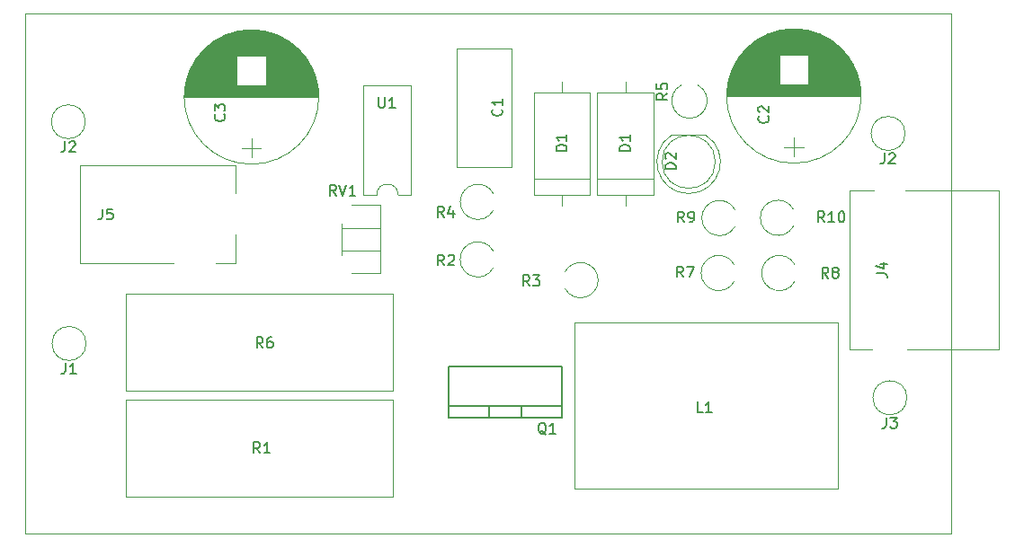
<source format=gbr>
%TF.GenerationSoftware,KiCad,Pcbnew,(5.0.0)*%
%TF.CreationDate,2018-07-29T14:19:51+09:00*%
%TF.ProjectId,mc33063buck1,6D6333333036336275636B312E6B6963,rev?*%
%TF.SameCoordinates,Original*%
%TF.FileFunction,Legend,Top*%
%TF.FilePolarity,Positive*%
%FSLAX46Y46*%
G04 Gerber Fmt 4.6, Leading zero omitted, Abs format (unit mm)*
G04 Created by KiCad (PCBNEW (5.0.0)) date 07/29/18 14:19:51*
%MOMM*%
%LPD*%
G01*
G04 APERTURE LIST*
%ADD10C,0.100000*%
%ADD11C,0.120000*%
%ADD12C,0.150000*%
G04 APERTURE END LIST*
D10*
X101968300Y-18897600D02*
X14770100Y-18897600D01*
X101968300Y-67919600D02*
X101968300Y-18897600D01*
X14744700Y-67919600D02*
X101968300Y-67919600D01*
X14744700Y-18973800D02*
X14744700Y-67919600D01*
D11*
X24270000Y-55345900D02*
X24270000Y-64465900D01*
X24270000Y-64465900D02*
X49390000Y-64465900D01*
X49390000Y-64465900D02*
X49390000Y-55345900D01*
X49390000Y-55345900D02*
X24270000Y-55345900D01*
X24240000Y-59905900D02*
X24270000Y-59905900D01*
X49420000Y-59905900D02*
X49390000Y-59905900D01*
X68637800Y-35988500D02*
X73957800Y-35988500D01*
X73957800Y-35988500D02*
X73957800Y-26368500D01*
X73957800Y-26368500D02*
X68637800Y-26368500D01*
X68637800Y-26368500D02*
X68637800Y-35988500D01*
X71297800Y-37018500D02*
X71297800Y-35988500D01*
X71297800Y-25338500D02*
X71297800Y-26368500D01*
X68637800Y-34503500D02*
X73957800Y-34503500D01*
X97638181Y-30213300D02*
G75*
G03X97638181Y-30213300I-1600781J0D01*
G01*
X55440900Y-33349500D02*
X55440900Y-22229500D01*
X60560900Y-33349500D02*
X60560900Y-22229500D01*
X55440900Y-33349500D02*
X60560900Y-33349500D01*
X55440900Y-22229500D02*
X60560900Y-22229500D01*
X93500100Y-26684600D02*
G75*
G03X93500100Y-26684600I-6340000J0D01*
G01*
X80860100Y-26684600D02*
X93460100Y-26684600D01*
X80860100Y-26644600D02*
X93460100Y-26644600D01*
X80860100Y-26604600D02*
X93460100Y-26604600D01*
X80861100Y-26564600D02*
X93459100Y-26564600D01*
X80862100Y-26524600D02*
X93458100Y-26524600D01*
X80863100Y-26484600D02*
X93457100Y-26484600D01*
X80864100Y-26444600D02*
X93456100Y-26444600D01*
X80866100Y-26404600D02*
X93454100Y-26404600D01*
X80868100Y-26364600D02*
X93452100Y-26364600D01*
X80870100Y-26324600D02*
X93450100Y-26324600D01*
X80872100Y-26284600D02*
X93448100Y-26284600D01*
X80875100Y-26244600D02*
X93445100Y-26244600D01*
X80878100Y-26204600D02*
X93442100Y-26204600D01*
X80881100Y-26164600D02*
X93439100Y-26164600D01*
X80884100Y-26124600D02*
X93436100Y-26124600D01*
X80888100Y-26084600D02*
X93432100Y-26084600D01*
X80892100Y-26044600D02*
X93428100Y-26044600D01*
X80896100Y-26004600D02*
X93424100Y-26004600D01*
X80901100Y-25963600D02*
X93419100Y-25963600D01*
X80905100Y-25923600D02*
X93415100Y-25923600D01*
X80910100Y-25883600D02*
X93410100Y-25883600D01*
X80915100Y-25843600D02*
X93405100Y-25843600D01*
X80921100Y-25803600D02*
X93399100Y-25803600D01*
X80927100Y-25763600D02*
X93393100Y-25763600D01*
X80933100Y-25723600D02*
X93387100Y-25723600D01*
X80939100Y-25683600D02*
X93381100Y-25683600D01*
X80945100Y-25643600D02*
X93375100Y-25643600D01*
X80952100Y-25603600D02*
X93368100Y-25603600D01*
X80959100Y-25563600D02*
X85780100Y-25563600D01*
X88540100Y-25563600D02*
X93361100Y-25563600D01*
X80967100Y-25523600D02*
X85780100Y-25523600D01*
X88540100Y-25523600D02*
X93353100Y-25523600D01*
X80974100Y-25483600D02*
X85780100Y-25483600D01*
X88540100Y-25483600D02*
X93346100Y-25483600D01*
X80982100Y-25443600D02*
X85780100Y-25443600D01*
X88540100Y-25443600D02*
X93338100Y-25443600D01*
X80990100Y-25403600D02*
X85780100Y-25403600D01*
X88540100Y-25403600D02*
X93330100Y-25403600D01*
X80998100Y-25363600D02*
X85780100Y-25363600D01*
X88540100Y-25363600D02*
X93322100Y-25363600D01*
X81007100Y-25323600D02*
X85780100Y-25323600D01*
X88540100Y-25323600D02*
X93313100Y-25323600D01*
X81016100Y-25283600D02*
X85780100Y-25283600D01*
X88540100Y-25283600D02*
X93304100Y-25283600D01*
X81025100Y-25243600D02*
X85780100Y-25243600D01*
X88540100Y-25243600D02*
X93295100Y-25243600D01*
X81035100Y-25203600D02*
X85780100Y-25203600D01*
X88540100Y-25203600D02*
X93285100Y-25203600D01*
X81044100Y-25163600D02*
X85780100Y-25163600D01*
X88540100Y-25163600D02*
X93276100Y-25163600D01*
X81054100Y-25123600D02*
X85780100Y-25123600D01*
X88540100Y-25123600D02*
X93266100Y-25123600D01*
X81065100Y-25083600D02*
X85780100Y-25083600D01*
X88540100Y-25083600D02*
X93255100Y-25083600D01*
X81075100Y-25043600D02*
X85780100Y-25043600D01*
X88540100Y-25043600D02*
X93245100Y-25043600D01*
X81086100Y-25003600D02*
X85780100Y-25003600D01*
X88540100Y-25003600D02*
X93234100Y-25003600D01*
X81097100Y-24963600D02*
X85780100Y-24963600D01*
X88540100Y-24963600D02*
X93223100Y-24963600D01*
X81109100Y-24923600D02*
X85780100Y-24923600D01*
X88540100Y-24923600D02*
X93211100Y-24923600D01*
X81120100Y-24883600D02*
X85780100Y-24883600D01*
X88540100Y-24883600D02*
X93200100Y-24883600D01*
X81132100Y-24843600D02*
X85780100Y-24843600D01*
X88540100Y-24843600D02*
X93188100Y-24843600D01*
X81145100Y-24803600D02*
X85780100Y-24803600D01*
X88540100Y-24803600D02*
X93175100Y-24803600D01*
X81157100Y-24763600D02*
X85780100Y-24763600D01*
X88540100Y-24763600D02*
X93163100Y-24763600D01*
X81170100Y-24723600D02*
X85780100Y-24723600D01*
X88540100Y-24723600D02*
X93150100Y-24723600D01*
X81183100Y-24683600D02*
X85780100Y-24683600D01*
X88540100Y-24683600D02*
X93137100Y-24683600D01*
X81197100Y-24643600D02*
X85780100Y-24643600D01*
X88540100Y-24643600D02*
X93123100Y-24643600D01*
X81210100Y-24603600D02*
X85780100Y-24603600D01*
X88540100Y-24603600D02*
X93110100Y-24603600D01*
X81224100Y-24563600D02*
X85780100Y-24563600D01*
X88540100Y-24563600D02*
X93096100Y-24563600D01*
X81239100Y-24523600D02*
X85780100Y-24523600D01*
X88540100Y-24523600D02*
X93081100Y-24523600D01*
X81253100Y-24483600D02*
X85780100Y-24483600D01*
X88540100Y-24483600D02*
X93067100Y-24483600D01*
X81268100Y-24443600D02*
X85780100Y-24443600D01*
X88540100Y-24443600D02*
X93052100Y-24443600D01*
X81284100Y-24403600D02*
X85780100Y-24403600D01*
X88540100Y-24403600D02*
X93036100Y-24403600D01*
X81299100Y-24363600D02*
X85780100Y-24363600D01*
X88540100Y-24363600D02*
X93021100Y-24363600D01*
X81315100Y-24323600D02*
X85780100Y-24323600D01*
X88540100Y-24323600D02*
X93005100Y-24323600D01*
X81331100Y-24283600D02*
X85780100Y-24283600D01*
X88540100Y-24283600D02*
X92989100Y-24283600D01*
X81348100Y-24243600D02*
X85780100Y-24243600D01*
X88540100Y-24243600D02*
X92972100Y-24243600D01*
X81365100Y-24203600D02*
X85780100Y-24203600D01*
X88540100Y-24203600D02*
X92955100Y-24203600D01*
X81382100Y-24163600D02*
X85780100Y-24163600D01*
X88540100Y-24163600D02*
X92938100Y-24163600D01*
X81399100Y-24123600D02*
X85780100Y-24123600D01*
X88540100Y-24123600D02*
X92921100Y-24123600D01*
X81417100Y-24083600D02*
X85780100Y-24083600D01*
X88540100Y-24083600D02*
X92903100Y-24083600D01*
X81435100Y-24043600D02*
X85780100Y-24043600D01*
X88540100Y-24043600D02*
X92885100Y-24043600D01*
X81454100Y-24003600D02*
X85780100Y-24003600D01*
X88540100Y-24003600D02*
X92866100Y-24003600D01*
X81473100Y-23963600D02*
X85780100Y-23963600D01*
X88540100Y-23963600D02*
X92847100Y-23963600D01*
X81492100Y-23923600D02*
X85780100Y-23923600D01*
X88540100Y-23923600D02*
X92828100Y-23923600D01*
X81511100Y-23883600D02*
X85780100Y-23883600D01*
X88540100Y-23883600D02*
X92809100Y-23883600D01*
X81531100Y-23843600D02*
X85780100Y-23843600D01*
X88540100Y-23843600D02*
X92789100Y-23843600D01*
X81551100Y-23803600D02*
X85780100Y-23803600D01*
X88540100Y-23803600D02*
X92769100Y-23803600D01*
X81572100Y-23763600D02*
X85780100Y-23763600D01*
X88540100Y-23763600D02*
X92748100Y-23763600D01*
X81593100Y-23723600D02*
X85780100Y-23723600D01*
X88540100Y-23723600D02*
X92727100Y-23723600D01*
X81614100Y-23683600D02*
X85780100Y-23683600D01*
X88540100Y-23683600D02*
X92706100Y-23683600D01*
X81636100Y-23643600D02*
X85780100Y-23643600D01*
X88540100Y-23643600D02*
X92684100Y-23643600D01*
X81658100Y-23603600D02*
X85780100Y-23603600D01*
X88540100Y-23603600D02*
X92662100Y-23603600D01*
X81680100Y-23563600D02*
X85780100Y-23563600D01*
X88540100Y-23563600D02*
X92640100Y-23563600D01*
X81703100Y-23523600D02*
X85780100Y-23523600D01*
X88540100Y-23523600D02*
X92617100Y-23523600D01*
X81726100Y-23483600D02*
X85780100Y-23483600D01*
X88540100Y-23483600D02*
X92594100Y-23483600D01*
X81750100Y-23443600D02*
X85780100Y-23443600D01*
X88540100Y-23443600D02*
X92570100Y-23443600D01*
X81774100Y-23403600D02*
X85780100Y-23403600D01*
X88540100Y-23403600D02*
X92546100Y-23403600D01*
X81798100Y-23363600D02*
X85780100Y-23363600D01*
X88540100Y-23363600D02*
X92522100Y-23363600D01*
X81823100Y-23323600D02*
X85780100Y-23323600D01*
X88540100Y-23323600D02*
X92497100Y-23323600D01*
X81848100Y-23283600D02*
X85780100Y-23283600D01*
X88540100Y-23283600D02*
X92472100Y-23283600D01*
X81874100Y-23243600D02*
X85780100Y-23243600D01*
X88540100Y-23243600D02*
X92446100Y-23243600D01*
X81900100Y-23203600D02*
X85780100Y-23203600D01*
X88540100Y-23203600D02*
X92420100Y-23203600D01*
X81926100Y-23163600D02*
X85780100Y-23163600D01*
X88540100Y-23163600D02*
X92394100Y-23163600D01*
X81953100Y-23123600D02*
X85780100Y-23123600D01*
X88540100Y-23123600D02*
X92367100Y-23123600D01*
X81981100Y-23083600D02*
X85780100Y-23083600D01*
X88540100Y-23083600D02*
X92339100Y-23083600D01*
X82009100Y-23043600D02*
X85780100Y-23043600D01*
X88540100Y-23043600D02*
X92311100Y-23043600D01*
X82037100Y-23003600D02*
X85780100Y-23003600D01*
X88540100Y-23003600D02*
X92283100Y-23003600D01*
X82066100Y-22963600D02*
X85780100Y-22963600D01*
X88540100Y-22963600D02*
X92254100Y-22963600D01*
X82095100Y-22923600D02*
X85780100Y-22923600D01*
X88540100Y-22923600D02*
X92225100Y-22923600D01*
X82125100Y-22883600D02*
X85780100Y-22883600D01*
X88540100Y-22883600D02*
X92195100Y-22883600D01*
X82155100Y-22843600D02*
X85780100Y-22843600D01*
X88540100Y-22843600D02*
X92165100Y-22843600D01*
X82185100Y-22803600D02*
X92135100Y-22803600D01*
X82217100Y-22763600D02*
X92103100Y-22763600D01*
X82248100Y-22723600D02*
X92072100Y-22723600D01*
X82281100Y-22683600D02*
X92039100Y-22683600D01*
X82313100Y-22643600D02*
X92007100Y-22643600D01*
X82347100Y-22603600D02*
X91973100Y-22603600D01*
X82381100Y-22563600D02*
X91939100Y-22563600D01*
X82415100Y-22523600D02*
X91905100Y-22523600D01*
X82450100Y-22483600D02*
X91870100Y-22483600D01*
X82486100Y-22443600D02*
X91834100Y-22443600D01*
X82522100Y-22403600D02*
X91798100Y-22403600D01*
X82559100Y-22363600D02*
X91761100Y-22363600D01*
X82597100Y-22323600D02*
X91723100Y-22323600D01*
X82635100Y-22283600D02*
X91685100Y-22283600D01*
X82674100Y-22243600D02*
X91646100Y-22243600D01*
X82713100Y-22203600D02*
X91607100Y-22203600D01*
X82754100Y-22163600D02*
X91566100Y-22163600D01*
X82795100Y-22123600D02*
X91525100Y-22123600D01*
X82837100Y-22083600D02*
X91483100Y-22083600D01*
X82879100Y-22043600D02*
X91441100Y-22043600D01*
X82922100Y-22003600D02*
X91398100Y-22003600D01*
X82967100Y-21963600D02*
X91353100Y-21963600D01*
X83012100Y-21923600D02*
X91308100Y-21923600D01*
X83058100Y-21883600D02*
X91262100Y-21883600D01*
X83104100Y-21843600D02*
X91216100Y-21843600D01*
X83152100Y-21803600D02*
X91168100Y-21803600D01*
X83201100Y-21763600D02*
X91119100Y-21763600D01*
X83251100Y-21723600D02*
X91069100Y-21723600D01*
X83301100Y-21683600D02*
X91019100Y-21683600D01*
X83353100Y-21643600D02*
X90967100Y-21643600D01*
X83406100Y-21603600D02*
X90914100Y-21603600D01*
X83460100Y-21563600D02*
X90860100Y-21563600D01*
X83516100Y-21523600D02*
X90804100Y-21523600D01*
X83572100Y-21483600D02*
X90748100Y-21483600D01*
X83630100Y-21443600D02*
X90690100Y-21443600D01*
X83690100Y-21403600D02*
X90630100Y-21403600D01*
X83751100Y-21363600D02*
X90569100Y-21363600D01*
X83813100Y-21323600D02*
X90507100Y-21323600D01*
X83878100Y-21283600D02*
X90442100Y-21283600D01*
X83943100Y-21243600D02*
X90377100Y-21243600D01*
X84011100Y-21203600D02*
X90309100Y-21203600D01*
X84081100Y-21163600D02*
X90239100Y-21163600D01*
X84153100Y-21123600D02*
X90167100Y-21123600D01*
X84227100Y-21083600D02*
X90093100Y-21083600D01*
X84304100Y-21043600D02*
X90016100Y-21043600D01*
X84383100Y-21003600D02*
X89937100Y-21003600D01*
X84465100Y-20963600D02*
X89855100Y-20963600D01*
X84550100Y-20923600D02*
X89770100Y-20923600D01*
X84639100Y-20883600D02*
X89681100Y-20883600D01*
X84732100Y-20843600D02*
X89588100Y-20843600D01*
X84829100Y-20803600D02*
X89491100Y-20803600D01*
X84930100Y-20763600D02*
X89390100Y-20763600D01*
X85038100Y-20723600D02*
X89282100Y-20723600D01*
X85151100Y-20683600D02*
X89169100Y-20683600D01*
X85272100Y-20643600D02*
X89048100Y-20643600D01*
X85403100Y-20603600D02*
X88917100Y-20603600D01*
X85544100Y-20563600D02*
X88776100Y-20563600D01*
X85700100Y-20523600D02*
X88620100Y-20523600D01*
X85875100Y-20483600D02*
X88445100Y-20483600D01*
X86078100Y-20443600D02*
X88242100Y-20443600D01*
X86329100Y-20403600D02*
X87991100Y-20403600D01*
X86696100Y-20363600D02*
X87624100Y-20363600D01*
X87160100Y-32384600D02*
X87160100Y-30584600D01*
X86260100Y-31484600D02*
X88060100Y-31484600D01*
X42420700Y-26773500D02*
G75*
G03X42420700Y-26773500I-6340000J0D01*
G01*
X29780700Y-26773500D02*
X42380700Y-26773500D01*
X29780700Y-26733500D02*
X42380700Y-26733500D01*
X29780700Y-26693500D02*
X42380700Y-26693500D01*
X29781700Y-26653500D02*
X42379700Y-26653500D01*
X29782700Y-26613500D02*
X42378700Y-26613500D01*
X29783700Y-26573500D02*
X42377700Y-26573500D01*
X29784700Y-26533500D02*
X42376700Y-26533500D01*
X29786700Y-26493500D02*
X42374700Y-26493500D01*
X29788700Y-26453500D02*
X42372700Y-26453500D01*
X29790700Y-26413500D02*
X42370700Y-26413500D01*
X29792700Y-26373500D02*
X42368700Y-26373500D01*
X29795700Y-26333500D02*
X42365700Y-26333500D01*
X29798700Y-26293500D02*
X42362700Y-26293500D01*
X29801700Y-26253500D02*
X42359700Y-26253500D01*
X29804700Y-26213500D02*
X42356700Y-26213500D01*
X29808700Y-26173500D02*
X42352700Y-26173500D01*
X29812700Y-26133500D02*
X42348700Y-26133500D01*
X29816700Y-26093500D02*
X42344700Y-26093500D01*
X29821700Y-26052500D02*
X42339700Y-26052500D01*
X29825700Y-26012500D02*
X42335700Y-26012500D01*
X29830700Y-25972500D02*
X42330700Y-25972500D01*
X29835700Y-25932500D02*
X42325700Y-25932500D01*
X29841700Y-25892500D02*
X42319700Y-25892500D01*
X29847700Y-25852500D02*
X42313700Y-25852500D01*
X29853700Y-25812500D02*
X42307700Y-25812500D01*
X29859700Y-25772500D02*
X42301700Y-25772500D01*
X29865700Y-25732500D02*
X42295700Y-25732500D01*
X29872700Y-25692500D02*
X42288700Y-25692500D01*
X29879700Y-25652500D02*
X34700700Y-25652500D01*
X37460700Y-25652500D02*
X42281700Y-25652500D01*
X29887700Y-25612500D02*
X34700700Y-25612500D01*
X37460700Y-25612500D02*
X42273700Y-25612500D01*
X29894700Y-25572500D02*
X34700700Y-25572500D01*
X37460700Y-25572500D02*
X42266700Y-25572500D01*
X29902700Y-25532500D02*
X34700700Y-25532500D01*
X37460700Y-25532500D02*
X42258700Y-25532500D01*
X29910700Y-25492500D02*
X34700700Y-25492500D01*
X37460700Y-25492500D02*
X42250700Y-25492500D01*
X29918700Y-25452500D02*
X34700700Y-25452500D01*
X37460700Y-25452500D02*
X42242700Y-25452500D01*
X29927700Y-25412500D02*
X34700700Y-25412500D01*
X37460700Y-25412500D02*
X42233700Y-25412500D01*
X29936700Y-25372500D02*
X34700700Y-25372500D01*
X37460700Y-25372500D02*
X42224700Y-25372500D01*
X29945700Y-25332500D02*
X34700700Y-25332500D01*
X37460700Y-25332500D02*
X42215700Y-25332500D01*
X29955700Y-25292500D02*
X34700700Y-25292500D01*
X37460700Y-25292500D02*
X42205700Y-25292500D01*
X29964700Y-25252500D02*
X34700700Y-25252500D01*
X37460700Y-25252500D02*
X42196700Y-25252500D01*
X29974700Y-25212500D02*
X34700700Y-25212500D01*
X37460700Y-25212500D02*
X42186700Y-25212500D01*
X29985700Y-25172500D02*
X34700700Y-25172500D01*
X37460700Y-25172500D02*
X42175700Y-25172500D01*
X29995700Y-25132500D02*
X34700700Y-25132500D01*
X37460700Y-25132500D02*
X42165700Y-25132500D01*
X30006700Y-25092500D02*
X34700700Y-25092500D01*
X37460700Y-25092500D02*
X42154700Y-25092500D01*
X30017700Y-25052500D02*
X34700700Y-25052500D01*
X37460700Y-25052500D02*
X42143700Y-25052500D01*
X30029700Y-25012500D02*
X34700700Y-25012500D01*
X37460700Y-25012500D02*
X42131700Y-25012500D01*
X30040700Y-24972500D02*
X34700700Y-24972500D01*
X37460700Y-24972500D02*
X42120700Y-24972500D01*
X30052700Y-24932500D02*
X34700700Y-24932500D01*
X37460700Y-24932500D02*
X42108700Y-24932500D01*
X30065700Y-24892500D02*
X34700700Y-24892500D01*
X37460700Y-24892500D02*
X42095700Y-24892500D01*
X30077700Y-24852500D02*
X34700700Y-24852500D01*
X37460700Y-24852500D02*
X42083700Y-24852500D01*
X30090700Y-24812500D02*
X34700700Y-24812500D01*
X37460700Y-24812500D02*
X42070700Y-24812500D01*
X30103700Y-24772500D02*
X34700700Y-24772500D01*
X37460700Y-24772500D02*
X42057700Y-24772500D01*
X30117700Y-24732500D02*
X34700700Y-24732500D01*
X37460700Y-24732500D02*
X42043700Y-24732500D01*
X30130700Y-24692500D02*
X34700700Y-24692500D01*
X37460700Y-24692500D02*
X42030700Y-24692500D01*
X30144700Y-24652500D02*
X34700700Y-24652500D01*
X37460700Y-24652500D02*
X42016700Y-24652500D01*
X30159700Y-24612500D02*
X34700700Y-24612500D01*
X37460700Y-24612500D02*
X42001700Y-24612500D01*
X30173700Y-24572500D02*
X34700700Y-24572500D01*
X37460700Y-24572500D02*
X41987700Y-24572500D01*
X30188700Y-24532500D02*
X34700700Y-24532500D01*
X37460700Y-24532500D02*
X41972700Y-24532500D01*
X30204700Y-24492500D02*
X34700700Y-24492500D01*
X37460700Y-24492500D02*
X41956700Y-24492500D01*
X30219700Y-24452500D02*
X34700700Y-24452500D01*
X37460700Y-24452500D02*
X41941700Y-24452500D01*
X30235700Y-24412500D02*
X34700700Y-24412500D01*
X37460700Y-24412500D02*
X41925700Y-24412500D01*
X30251700Y-24372500D02*
X34700700Y-24372500D01*
X37460700Y-24372500D02*
X41909700Y-24372500D01*
X30268700Y-24332500D02*
X34700700Y-24332500D01*
X37460700Y-24332500D02*
X41892700Y-24332500D01*
X30285700Y-24292500D02*
X34700700Y-24292500D01*
X37460700Y-24292500D02*
X41875700Y-24292500D01*
X30302700Y-24252500D02*
X34700700Y-24252500D01*
X37460700Y-24252500D02*
X41858700Y-24252500D01*
X30319700Y-24212500D02*
X34700700Y-24212500D01*
X37460700Y-24212500D02*
X41841700Y-24212500D01*
X30337700Y-24172500D02*
X34700700Y-24172500D01*
X37460700Y-24172500D02*
X41823700Y-24172500D01*
X30355700Y-24132500D02*
X34700700Y-24132500D01*
X37460700Y-24132500D02*
X41805700Y-24132500D01*
X30374700Y-24092500D02*
X34700700Y-24092500D01*
X37460700Y-24092500D02*
X41786700Y-24092500D01*
X30393700Y-24052500D02*
X34700700Y-24052500D01*
X37460700Y-24052500D02*
X41767700Y-24052500D01*
X30412700Y-24012500D02*
X34700700Y-24012500D01*
X37460700Y-24012500D02*
X41748700Y-24012500D01*
X30431700Y-23972500D02*
X34700700Y-23972500D01*
X37460700Y-23972500D02*
X41729700Y-23972500D01*
X30451700Y-23932500D02*
X34700700Y-23932500D01*
X37460700Y-23932500D02*
X41709700Y-23932500D01*
X30471700Y-23892500D02*
X34700700Y-23892500D01*
X37460700Y-23892500D02*
X41689700Y-23892500D01*
X30492700Y-23852500D02*
X34700700Y-23852500D01*
X37460700Y-23852500D02*
X41668700Y-23852500D01*
X30513700Y-23812500D02*
X34700700Y-23812500D01*
X37460700Y-23812500D02*
X41647700Y-23812500D01*
X30534700Y-23772500D02*
X34700700Y-23772500D01*
X37460700Y-23772500D02*
X41626700Y-23772500D01*
X30556700Y-23732500D02*
X34700700Y-23732500D01*
X37460700Y-23732500D02*
X41604700Y-23732500D01*
X30578700Y-23692500D02*
X34700700Y-23692500D01*
X37460700Y-23692500D02*
X41582700Y-23692500D01*
X30600700Y-23652500D02*
X34700700Y-23652500D01*
X37460700Y-23652500D02*
X41560700Y-23652500D01*
X30623700Y-23612500D02*
X34700700Y-23612500D01*
X37460700Y-23612500D02*
X41537700Y-23612500D01*
X30646700Y-23572500D02*
X34700700Y-23572500D01*
X37460700Y-23572500D02*
X41514700Y-23572500D01*
X30670700Y-23532500D02*
X34700700Y-23532500D01*
X37460700Y-23532500D02*
X41490700Y-23532500D01*
X30694700Y-23492500D02*
X34700700Y-23492500D01*
X37460700Y-23492500D02*
X41466700Y-23492500D01*
X30718700Y-23452500D02*
X34700700Y-23452500D01*
X37460700Y-23452500D02*
X41442700Y-23452500D01*
X30743700Y-23412500D02*
X34700700Y-23412500D01*
X37460700Y-23412500D02*
X41417700Y-23412500D01*
X30768700Y-23372500D02*
X34700700Y-23372500D01*
X37460700Y-23372500D02*
X41392700Y-23372500D01*
X30794700Y-23332500D02*
X34700700Y-23332500D01*
X37460700Y-23332500D02*
X41366700Y-23332500D01*
X30820700Y-23292500D02*
X34700700Y-23292500D01*
X37460700Y-23292500D02*
X41340700Y-23292500D01*
X30846700Y-23252500D02*
X34700700Y-23252500D01*
X37460700Y-23252500D02*
X41314700Y-23252500D01*
X30873700Y-23212500D02*
X34700700Y-23212500D01*
X37460700Y-23212500D02*
X41287700Y-23212500D01*
X30901700Y-23172500D02*
X34700700Y-23172500D01*
X37460700Y-23172500D02*
X41259700Y-23172500D01*
X30929700Y-23132500D02*
X34700700Y-23132500D01*
X37460700Y-23132500D02*
X41231700Y-23132500D01*
X30957700Y-23092500D02*
X34700700Y-23092500D01*
X37460700Y-23092500D02*
X41203700Y-23092500D01*
X30986700Y-23052500D02*
X34700700Y-23052500D01*
X37460700Y-23052500D02*
X41174700Y-23052500D01*
X31015700Y-23012500D02*
X34700700Y-23012500D01*
X37460700Y-23012500D02*
X41145700Y-23012500D01*
X31045700Y-22972500D02*
X34700700Y-22972500D01*
X37460700Y-22972500D02*
X41115700Y-22972500D01*
X31075700Y-22932500D02*
X34700700Y-22932500D01*
X37460700Y-22932500D02*
X41085700Y-22932500D01*
X31105700Y-22892500D02*
X41055700Y-22892500D01*
X31137700Y-22852500D02*
X41023700Y-22852500D01*
X31168700Y-22812500D02*
X40992700Y-22812500D01*
X31201700Y-22772500D02*
X40959700Y-22772500D01*
X31233700Y-22732500D02*
X40927700Y-22732500D01*
X31267700Y-22692500D02*
X40893700Y-22692500D01*
X31301700Y-22652500D02*
X40859700Y-22652500D01*
X31335700Y-22612500D02*
X40825700Y-22612500D01*
X31370700Y-22572500D02*
X40790700Y-22572500D01*
X31406700Y-22532500D02*
X40754700Y-22532500D01*
X31442700Y-22492500D02*
X40718700Y-22492500D01*
X31479700Y-22452500D02*
X40681700Y-22452500D01*
X31517700Y-22412500D02*
X40643700Y-22412500D01*
X31555700Y-22372500D02*
X40605700Y-22372500D01*
X31594700Y-22332500D02*
X40566700Y-22332500D01*
X31633700Y-22292500D02*
X40527700Y-22292500D01*
X31674700Y-22252500D02*
X40486700Y-22252500D01*
X31715700Y-22212500D02*
X40445700Y-22212500D01*
X31757700Y-22172500D02*
X40403700Y-22172500D01*
X31799700Y-22132500D02*
X40361700Y-22132500D01*
X31842700Y-22092500D02*
X40318700Y-22092500D01*
X31887700Y-22052500D02*
X40273700Y-22052500D01*
X31932700Y-22012500D02*
X40228700Y-22012500D01*
X31978700Y-21972500D02*
X40182700Y-21972500D01*
X32024700Y-21932500D02*
X40136700Y-21932500D01*
X32072700Y-21892500D02*
X40088700Y-21892500D01*
X32121700Y-21852500D02*
X40039700Y-21852500D01*
X32171700Y-21812500D02*
X39989700Y-21812500D01*
X32221700Y-21772500D02*
X39939700Y-21772500D01*
X32273700Y-21732500D02*
X39887700Y-21732500D01*
X32326700Y-21692500D02*
X39834700Y-21692500D01*
X32380700Y-21652500D02*
X39780700Y-21652500D01*
X32436700Y-21612500D02*
X39724700Y-21612500D01*
X32492700Y-21572500D02*
X39668700Y-21572500D01*
X32550700Y-21532500D02*
X39610700Y-21532500D01*
X32610700Y-21492500D02*
X39550700Y-21492500D01*
X32671700Y-21452500D02*
X39489700Y-21452500D01*
X32733700Y-21412500D02*
X39427700Y-21412500D01*
X32798700Y-21372500D02*
X39362700Y-21372500D01*
X32863700Y-21332500D02*
X39297700Y-21332500D01*
X32931700Y-21292500D02*
X39229700Y-21292500D01*
X33001700Y-21252500D02*
X39159700Y-21252500D01*
X33073700Y-21212500D02*
X39087700Y-21212500D01*
X33147700Y-21172500D02*
X39013700Y-21172500D01*
X33224700Y-21132500D02*
X38936700Y-21132500D01*
X33303700Y-21092500D02*
X38857700Y-21092500D01*
X33385700Y-21052500D02*
X38775700Y-21052500D01*
X33470700Y-21012500D02*
X38690700Y-21012500D01*
X33559700Y-20972500D02*
X38601700Y-20972500D01*
X33652700Y-20932500D02*
X38508700Y-20932500D01*
X33749700Y-20892500D02*
X38411700Y-20892500D01*
X33850700Y-20852500D02*
X38310700Y-20852500D01*
X33958700Y-20812500D02*
X38202700Y-20812500D01*
X34071700Y-20772500D02*
X38089700Y-20772500D01*
X34192700Y-20732500D02*
X37968700Y-20732500D01*
X34323700Y-20692500D02*
X37837700Y-20692500D01*
X34464700Y-20652500D02*
X37696700Y-20652500D01*
X34620700Y-20612500D02*
X37540700Y-20612500D01*
X34795700Y-20572500D02*
X37365700Y-20572500D01*
X34998700Y-20532500D02*
X37162700Y-20532500D01*
X35249700Y-20492500D02*
X36911700Y-20492500D01*
X35616700Y-20452500D02*
X36544700Y-20452500D01*
X36080700Y-32473500D02*
X36080700Y-30673500D01*
X35180700Y-31573500D02*
X36980700Y-31573500D01*
X62656100Y-35988500D02*
X67976100Y-35988500D01*
X67976100Y-35988500D02*
X67976100Y-26368500D01*
X67976100Y-26368500D02*
X62656100Y-26368500D01*
X62656100Y-26368500D02*
X62656100Y-35988500D01*
X65316100Y-37018500D02*
X65316100Y-35988500D01*
X65316100Y-25338500D02*
X65316100Y-26368500D01*
X62656100Y-34503500D02*
X67976100Y-34503500D01*
X77253638Y-35883000D02*
G75*
G03X78798930Y-30333000I462J2990000D01*
G01*
X77254562Y-35883000D02*
G75*
G02X75709270Y-30333000I-462J2990000D01*
G01*
X79754100Y-32893000D02*
G75*
G03X79754100Y-32893000I-2500000J0D01*
G01*
X78799100Y-30333000D02*
X75709100Y-30333000D01*
X20498381Y-50012600D02*
G75*
G03X20498381Y-50012600I-1600781J0D01*
G01*
X20434881Y-29108400D02*
G75*
G03X20434881Y-29108400I-1600781J0D01*
G01*
X97803281Y-55130700D02*
G75*
G03X97803281Y-55130700I-1600781J0D01*
G01*
X92370100Y-35571700D02*
X94700100Y-35571700D01*
X92370100Y-50561700D02*
X94490100Y-50561700D01*
X92370100Y-35571700D02*
X92370100Y-50561700D01*
X106460100Y-35571700D02*
X106460100Y-50561700D01*
X97660100Y-35571700D02*
X106460100Y-35571700D01*
X97860100Y-50561700D02*
X106460100Y-50561700D01*
X91285100Y-63685000D02*
X66525100Y-63685000D01*
X91285100Y-48065000D02*
X66525100Y-48065000D01*
X91285100Y-63685000D02*
X91285100Y-48065000D01*
X66525100Y-63685000D02*
X66525100Y-48065000D01*
D12*
X61480700Y-57035700D02*
X61480700Y-55892700D01*
X58432700Y-57035700D02*
X58432700Y-55892700D01*
X54622700Y-55892700D02*
X54622700Y-52209700D01*
X54622700Y-52209700D02*
X65290700Y-52209700D01*
X65290700Y-52209700D02*
X65290700Y-55892700D01*
X54622700Y-57035700D02*
X54622700Y-55892700D01*
X54622700Y-55892700D02*
X65290700Y-55892700D01*
X65290700Y-55892700D02*
X65290700Y-57035700D01*
X59956700Y-57035700D02*
X65290700Y-57035700D01*
X59956700Y-57035700D02*
X54622700Y-57035700D01*
D11*
X58846128Y-42887222D02*
G75*
G02X58845810Y-41287800I-1454828J799422D01*
G01*
X65613872Y-43244178D02*
G75*
G02X65614190Y-44843600I1454828J-799422D01*
G01*
X58858828Y-37464322D02*
G75*
G02X58858510Y-35864900I-1454828J799422D01*
G01*
X78129722Y-25672372D02*
G75*
G02X76530300Y-25672690I-799422J-1454828D01*
G01*
X81541028Y-44169922D02*
G75*
G02X81540710Y-42570500I-1454828J799422D01*
G01*
X87243328Y-44169922D02*
G75*
G02X87243010Y-42570500I-1454828J799422D01*
G01*
X81604528Y-38988322D02*
G75*
G02X81604210Y-37388900I-1454828J799422D01*
G01*
X87116328Y-38962922D02*
G75*
G02X87116010Y-37363500I-1454828J799422D01*
G01*
X47882300Y-35988300D02*
G75*
G02X49882300Y-35988300I1000000J0D01*
G01*
X49882300Y-35988300D02*
X51132300Y-35988300D01*
X51132300Y-35988300D02*
X51132300Y-25708300D01*
X51132300Y-25708300D02*
X46632300Y-25708300D01*
X46632300Y-25708300D02*
X46632300Y-35988300D01*
X46632300Y-35988300D02*
X47882300Y-35988300D01*
X28705800Y-42433300D02*
X19905800Y-42433300D01*
X19905800Y-42433300D02*
X19905800Y-33233300D01*
X34605800Y-39733300D02*
X34605800Y-42433300D01*
X34605800Y-42433300D02*
X32705800Y-42433300D01*
X19905800Y-33233300D02*
X34605800Y-33233300D01*
X34605800Y-33233300D02*
X34605800Y-35833300D01*
X24270000Y-45338300D02*
X24270000Y-54458300D01*
X24270000Y-54458300D02*
X49390000Y-54458300D01*
X49390000Y-54458300D02*
X49390000Y-45338300D01*
X49390000Y-45338300D02*
X24270000Y-45338300D01*
X24240000Y-49898300D02*
X24270000Y-49898300D01*
X49420000Y-49898300D02*
X49390000Y-49898300D01*
X45526200Y-36970900D02*
X48213200Y-36970900D01*
X45526200Y-43390900D02*
X48213200Y-43390900D01*
X48213200Y-36970900D02*
X48213200Y-43390900D01*
X44592200Y-38685900D02*
X44592200Y-41676900D01*
X44592200Y-39120900D02*
X48213200Y-39120900D01*
X44592200Y-41240900D02*
X48213200Y-41240900D01*
X44592200Y-39120900D02*
X44592200Y-41240900D01*
X48213200Y-39120900D02*
X48213200Y-41240900D01*
D12*
X36879233Y-60320180D02*
X36545900Y-59843990D01*
X36307804Y-60320180D02*
X36307804Y-59320180D01*
X36688757Y-59320180D01*
X36783995Y-59367800D01*
X36831614Y-59415419D01*
X36879233Y-59510657D01*
X36879233Y-59653514D01*
X36831614Y-59748752D01*
X36783995Y-59796371D01*
X36688757Y-59843990D01*
X36307804Y-59843990D01*
X37831614Y-60320180D02*
X37260185Y-60320180D01*
X37545900Y-60320180D02*
X37545900Y-59320180D01*
X37450661Y-59463038D01*
X37355423Y-59558276D01*
X37260185Y-59605895D01*
X71750180Y-31853095D02*
X70750180Y-31853095D01*
X70750180Y-31615000D01*
X70797800Y-31472142D01*
X70893038Y-31376904D01*
X70988276Y-31329285D01*
X71178752Y-31281666D01*
X71321609Y-31281666D01*
X71512085Y-31329285D01*
X71607323Y-31376904D01*
X71702561Y-31472142D01*
X71750180Y-31615000D01*
X71750180Y-31853095D01*
X71750180Y-30329285D02*
X71750180Y-30900714D01*
X71750180Y-30615000D02*
X70750180Y-30615000D01*
X70893038Y-30710238D01*
X70988276Y-30805476D01*
X71035895Y-30900714D01*
X95704066Y-32065680D02*
X95704066Y-32779966D01*
X95656447Y-32922823D01*
X95561209Y-33018061D01*
X95418352Y-33065680D01*
X95323114Y-33065680D01*
X96132638Y-32160919D02*
X96180257Y-32113300D01*
X96275495Y-32065680D01*
X96513590Y-32065680D01*
X96608828Y-32113300D01*
X96656447Y-32160919D01*
X96704066Y-32256157D01*
X96704066Y-32351395D01*
X96656447Y-32494252D01*
X96085019Y-33065680D01*
X96704066Y-33065680D01*
X59628042Y-27928866D02*
X59675661Y-27976485D01*
X59723280Y-28119342D01*
X59723280Y-28214580D01*
X59675661Y-28357438D01*
X59580423Y-28452676D01*
X59485185Y-28500295D01*
X59294709Y-28547914D01*
X59151852Y-28547914D01*
X58961376Y-28500295D01*
X58866138Y-28452676D01*
X58770900Y-28357438D01*
X58723280Y-28214580D01*
X58723280Y-28119342D01*
X58770900Y-27976485D01*
X58818519Y-27928866D01*
X59723280Y-26976485D02*
X59723280Y-27547914D01*
X59723280Y-27262200D02*
X58723280Y-27262200D01*
X58866138Y-27357438D01*
X58961376Y-27452676D01*
X59008995Y-27547914D01*
X84710542Y-28589266D02*
X84758161Y-28636885D01*
X84805780Y-28779742D01*
X84805780Y-28874980D01*
X84758161Y-29017838D01*
X84662923Y-29113076D01*
X84567685Y-29160695D01*
X84377209Y-29208314D01*
X84234352Y-29208314D01*
X84043876Y-29160695D01*
X83948638Y-29113076D01*
X83853400Y-29017838D01*
X83805780Y-28874980D01*
X83805780Y-28779742D01*
X83853400Y-28636885D01*
X83901019Y-28589266D01*
X83901019Y-28208314D02*
X83853400Y-28160695D01*
X83805780Y-28065457D01*
X83805780Y-27827361D01*
X83853400Y-27732123D01*
X83901019Y-27684504D01*
X83996257Y-27636885D01*
X84091495Y-27636885D01*
X84234352Y-27684504D01*
X84805780Y-28255933D01*
X84805780Y-27636885D01*
X33504142Y-28424166D02*
X33551761Y-28471785D01*
X33599380Y-28614642D01*
X33599380Y-28709880D01*
X33551761Y-28852738D01*
X33456523Y-28947976D01*
X33361285Y-28995595D01*
X33170809Y-29043214D01*
X33027952Y-29043214D01*
X32837476Y-28995595D01*
X32742238Y-28947976D01*
X32647000Y-28852738D01*
X32599380Y-28709880D01*
X32599380Y-28614642D01*
X32647000Y-28471785D01*
X32694619Y-28424166D01*
X32599380Y-28090833D02*
X32599380Y-27471785D01*
X32980333Y-27805119D01*
X32980333Y-27662261D01*
X33027952Y-27567023D01*
X33075571Y-27519404D01*
X33170809Y-27471785D01*
X33408904Y-27471785D01*
X33504142Y-27519404D01*
X33551761Y-27567023D01*
X33599380Y-27662261D01*
X33599380Y-27947976D01*
X33551761Y-28043214D01*
X33504142Y-28090833D01*
X65768480Y-31853095D02*
X64768480Y-31853095D01*
X64768480Y-31615000D01*
X64816100Y-31472142D01*
X64911338Y-31376904D01*
X65006576Y-31329285D01*
X65197052Y-31281666D01*
X65339909Y-31281666D01*
X65530385Y-31329285D01*
X65625623Y-31376904D01*
X65720861Y-31472142D01*
X65768480Y-31615000D01*
X65768480Y-31853095D01*
X65768480Y-30329285D02*
X65768480Y-30900714D01*
X65768480Y-30615000D02*
X64768480Y-30615000D01*
X64911338Y-30710238D01*
X65006576Y-30805476D01*
X65054195Y-30900714D01*
X76030080Y-33567595D02*
X75030080Y-33567595D01*
X75030080Y-33329500D01*
X75077700Y-33186642D01*
X75172938Y-33091404D01*
X75268176Y-33043785D01*
X75458652Y-32996166D01*
X75601509Y-32996166D01*
X75791985Y-33043785D01*
X75887223Y-33091404D01*
X75982461Y-33186642D01*
X76030080Y-33329500D01*
X76030080Y-33567595D01*
X75125319Y-32615214D02*
X75077700Y-32567595D01*
X75030080Y-32472357D01*
X75030080Y-32234261D01*
X75077700Y-32139023D01*
X75125319Y-32091404D01*
X75220557Y-32043785D01*
X75315795Y-32043785D01*
X75458652Y-32091404D01*
X76030080Y-32662833D01*
X76030080Y-32043785D01*
X18564266Y-51864980D02*
X18564266Y-52579266D01*
X18516647Y-52722123D01*
X18421409Y-52817361D01*
X18278552Y-52864980D01*
X18183314Y-52864980D01*
X19564266Y-52864980D02*
X18992838Y-52864980D01*
X19278552Y-52864980D02*
X19278552Y-51864980D01*
X19183314Y-52007838D01*
X19088076Y-52103076D01*
X18992838Y-52150695D01*
X18500766Y-30960780D02*
X18500766Y-31675066D01*
X18453147Y-31817923D01*
X18357909Y-31913161D01*
X18215052Y-31960780D01*
X18119814Y-31960780D01*
X18929338Y-31056019D02*
X18976957Y-31008400D01*
X19072195Y-30960780D01*
X19310290Y-30960780D01*
X19405528Y-31008400D01*
X19453147Y-31056019D01*
X19500766Y-31151257D01*
X19500766Y-31246495D01*
X19453147Y-31389352D01*
X18881719Y-31960780D01*
X19500766Y-31960780D01*
X95869166Y-56983080D02*
X95869166Y-57697366D01*
X95821547Y-57840223D01*
X95726309Y-57935461D01*
X95583452Y-57983080D01*
X95488214Y-57983080D01*
X96250119Y-56983080D02*
X96869166Y-56983080D01*
X96535833Y-57364033D01*
X96678690Y-57364033D01*
X96773928Y-57411652D01*
X96821547Y-57459271D01*
X96869166Y-57554509D01*
X96869166Y-57792604D01*
X96821547Y-57887842D01*
X96773928Y-57935461D01*
X96678690Y-57983080D01*
X96392976Y-57983080D01*
X96297738Y-57935461D01*
X96250119Y-57887842D01*
X94930980Y-43399033D02*
X95645266Y-43399033D01*
X95788123Y-43446652D01*
X95883361Y-43541890D01*
X95930980Y-43684747D01*
X95930980Y-43779985D01*
X95264314Y-42494271D02*
X95930980Y-42494271D01*
X94883361Y-42732366D02*
X95597647Y-42970461D01*
X95597647Y-42351414D01*
X78573333Y-56510180D02*
X78097142Y-56510180D01*
X78097142Y-55510180D01*
X79430476Y-56510180D02*
X78859047Y-56510180D01*
X79144761Y-56510180D02*
X79144761Y-55510180D01*
X79049523Y-55653038D01*
X78954285Y-55748276D01*
X78859047Y-55795895D01*
X63823861Y-58586619D02*
X63728623Y-58539000D01*
X63633385Y-58443761D01*
X63490528Y-58300904D01*
X63395290Y-58253285D01*
X63300052Y-58253285D01*
X63347671Y-58491380D02*
X63252433Y-58443761D01*
X63157195Y-58348523D01*
X63109576Y-58158047D01*
X63109576Y-57824714D01*
X63157195Y-57634238D01*
X63252433Y-57539000D01*
X63347671Y-57491380D01*
X63538147Y-57491380D01*
X63633385Y-57539000D01*
X63728623Y-57634238D01*
X63776242Y-57824714D01*
X63776242Y-58158047D01*
X63728623Y-58348523D01*
X63633385Y-58443761D01*
X63538147Y-58491380D01*
X63347671Y-58491380D01*
X64728623Y-58491380D02*
X64157195Y-58491380D01*
X64442909Y-58491380D02*
X64442909Y-57491380D01*
X64347671Y-57634238D01*
X64252433Y-57729476D01*
X64157195Y-57777095D01*
X54227433Y-42654480D02*
X53894100Y-42178290D01*
X53656004Y-42654480D02*
X53656004Y-41654480D01*
X54036957Y-41654480D01*
X54132195Y-41702100D01*
X54179814Y-41749719D01*
X54227433Y-41844957D01*
X54227433Y-41987814D01*
X54179814Y-42083052D01*
X54132195Y-42130671D01*
X54036957Y-42178290D01*
X53656004Y-42178290D01*
X54608385Y-41749719D02*
X54656004Y-41702100D01*
X54751242Y-41654480D01*
X54989338Y-41654480D01*
X55084576Y-41702100D01*
X55132195Y-41749719D01*
X55179814Y-41844957D01*
X55179814Y-41940195D01*
X55132195Y-42083052D01*
X54560766Y-42654480D01*
X55179814Y-42654480D01*
X62266533Y-44584880D02*
X61933200Y-44108690D01*
X61695104Y-44584880D02*
X61695104Y-43584880D01*
X62076057Y-43584880D01*
X62171295Y-43632500D01*
X62218914Y-43680119D01*
X62266533Y-43775357D01*
X62266533Y-43918214D01*
X62218914Y-44013452D01*
X62171295Y-44061071D01*
X62076057Y-44108690D01*
X61695104Y-44108690D01*
X62599866Y-43584880D02*
X63218914Y-43584880D01*
X62885580Y-43965833D01*
X63028438Y-43965833D01*
X63123676Y-44013452D01*
X63171295Y-44061071D01*
X63218914Y-44156309D01*
X63218914Y-44394404D01*
X63171295Y-44489642D01*
X63123676Y-44537261D01*
X63028438Y-44584880D01*
X62742723Y-44584880D01*
X62647485Y-44537261D01*
X62599866Y-44489642D01*
X54214733Y-38095180D02*
X53881400Y-37618990D01*
X53643304Y-38095180D02*
X53643304Y-37095180D01*
X54024257Y-37095180D01*
X54119495Y-37142800D01*
X54167114Y-37190419D01*
X54214733Y-37285657D01*
X54214733Y-37428514D01*
X54167114Y-37523752D01*
X54119495Y-37571371D01*
X54024257Y-37618990D01*
X53643304Y-37618990D01*
X55071876Y-37428514D02*
X55071876Y-38095180D01*
X54833780Y-37047561D02*
X54595685Y-37761847D01*
X55214733Y-37761847D01*
X75242680Y-26430266D02*
X74766490Y-26763600D01*
X75242680Y-27001695D02*
X74242680Y-27001695D01*
X74242680Y-26620742D01*
X74290300Y-26525504D01*
X74337919Y-26477885D01*
X74433157Y-26430266D01*
X74576014Y-26430266D01*
X74671252Y-26477885D01*
X74718871Y-26525504D01*
X74766490Y-26620742D01*
X74766490Y-27001695D01*
X74242680Y-25525504D02*
X74242680Y-26001695D01*
X74718871Y-26049314D01*
X74671252Y-26001695D01*
X74623633Y-25906457D01*
X74623633Y-25668361D01*
X74671252Y-25573123D01*
X74718871Y-25525504D01*
X74814109Y-25477885D01*
X75052204Y-25477885D01*
X75147442Y-25525504D01*
X75195061Y-25573123D01*
X75242680Y-25668361D01*
X75242680Y-25906457D01*
X75195061Y-26001695D01*
X75147442Y-26049314D01*
X76731833Y-43746680D02*
X76398500Y-43270490D01*
X76160404Y-43746680D02*
X76160404Y-42746680D01*
X76541357Y-42746680D01*
X76636595Y-42794300D01*
X76684214Y-42841919D01*
X76731833Y-42937157D01*
X76731833Y-43080014D01*
X76684214Y-43175252D01*
X76636595Y-43222871D01*
X76541357Y-43270490D01*
X76160404Y-43270490D01*
X77065166Y-42746680D02*
X77731833Y-42746680D01*
X77303261Y-43746680D01*
X90409733Y-43848280D02*
X90076400Y-43372090D01*
X89838304Y-43848280D02*
X89838304Y-42848280D01*
X90219257Y-42848280D01*
X90314495Y-42895900D01*
X90362114Y-42943519D01*
X90409733Y-43038757D01*
X90409733Y-43181614D01*
X90362114Y-43276852D01*
X90314495Y-43324471D01*
X90219257Y-43372090D01*
X89838304Y-43372090D01*
X90981161Y-43276852D02*
X90885923Y-43229233D01*
X90838304Y-43181614D01*
X90790685Y-43086376D01*
X90790685Y-43038757D01*
X90838304Y-42943519D01*
X90885923Y-42895900D01*
X90981161Y-42848280D01*
X91171638Y-42848280D01*
X91266876Y-42895900D01*
X91314495Y-42943519D01*
X91362114Y-43038757D01*
X91362114Y-43086376D01*
X91314495Y-43181614D01*
X91266876Y-43229233D01*
X91171638Y-43276852D01*
X90981161Y-43276852D01*
X90885923Y-43324471D01*
X90838304Y-43372090D01*
X90790685Y-43467328D01*
X90790685Y-43657804D01*
X90838304Y-43753042D01*
X90885923Y-43800661D01*
X90981161Y-43848280D01*
X91171638Y-43848280D01*
X91266876Y-43800661D01*
X91314495Y-43753042D01*
X91362114Y-43657804D01*
X91362114Y-43467328D01*
X91314495Y-43372090D01*
X91266876Y-43324471D01*
X91171638Y-43276852D01*
X76820733Y-38577780D02*
X76487400Y-38101590D01*
X76249304Y-38577780D02*
X76249304Y-37577780D01*
X76630257Y-37577780D01*
X76725495Y-37625400D01*
X76773114Y-37673019D01*
X76820733Y-37768257D01*
X76820733Y-37911114D01*
X76773114Y-38006352D01*
X76725495Y-38053971D01*
X76630257Y-38101590D01*
X76249304Y-38101590D01*
X77296923Y-38577780D02*
X77487400Y-38577780D01*
X77582638Y-38530161D01*
X77630257Y-38482542D01*
X77725495Y-38339685D01*
X77773114Y-38149209D01*
X77773114Y-37768257D01*
X77725495Y-37673019D01*
X77677876Y-37625400D01*
X77582638Y-37577780D01*
X77392161Y-37577780D01*
X77296923Y-37625400D01*
X77249304Y-37673019D01*
X77201685Y-37768257D01*
X77201685Y-38006352D01*
X77249304Y-38101590D01*
X77296923Y-38149209D01*
X77392161Y-38196828D01*
X77582638Y-38196828D01*
X77677876Y-38149209D01*
X77725495Y-38101590D01*
X77773114Y-38006352D01*
X90035142Y-38565080D02*
X89701809Y-38088890D01*
X89463714Y-38565080D02*
X89463714Y-37565080D01*
X89844666Y-37565080D01*
X89939904Y-37612700D01*
X89987523Y-37660319D01*
X90035142Y-37755557D01*
X90035142Y-37898414D01*
X89987523Y-37993652D01*
X89939904Y-38041271D01*
X89844666Y-38088890D01*
X89463714Y-38088890D01*
X90987523Y-38565080D02*
X90416095Y-38565080D01*
X90701809Y-38565080D02*
X90701809Y-37565080D01*
X90606571Y-37707938D01*
X90511333Y-37803176D01*
X90416095Y-37850795D01*
X91606571Y-37565080D02*
X91701809Y-37565080D01*
X91797047Y-37612700D01*
X91844666Y-37660319D01*
X91892285Y-37755557D01*
X91939904Y-37946033D01*
X91939904Y-38184128D01*
X91892285Y-38374604D01*
X91844666Y-38469842D01*
X91797047Y-38517461D01*
X91701809Y-38565080D01*
X91606571Y-38565080D01*
X91511333Y-38517461D01*
X91463714Y-38469842D01*
X91416095Y-38374604D01*
X91368476Y-38184128D01*
X91368476Y-37946033D01*
X91416095Y-37755557D01*
X91463714Y-37660319D01*
X91511333Y-37612700D01*
X91606571Y-37565080D01*
X48056895Y-26795480D02*
X48056895Y-27605004D01*
X48104514Y-27700242D01*
X48152133Y-27747861D01*
X48247371Y-27795480D01*
X48437847Y-27795480D01*
X48533085Y-27747861D01*
X48580704Y-27700242D01*
X48628323Y-27605004D01*
X48628323Y-26795480D01*
X49628323Y-27795480D02*
X49056895Y-27795480D01*
X49342609Y-27795480D02*
X49342609Y-26795480D01*
X49247371Y-26938338D01*
X49152133Y-27033576D01*
X49056895Y-27081195D01*
X22031366Y-37323780D02*
X22031366Y-38038066D01*
X21983747Y-38180923D01*
X21888509Y-38276161D01*
X21745652Y-38323780D01*
X21650414Y-38323780D01*
X22983747Y-37323780D02*
X22507557Y-37323780D01*
X22459938Y-37799971D01*
X22507557Y-37752352D01*
X22602795Y-37704733D01*
X22840890Y-37704733D01*
X22936128Y-37752352D01*
X22983747Y-37799971D01*
X23031366Y-37895209D01*
X23031366Y-38133304D01*
X22983747Y-38228542D01*
X22936128Y-38276161D01*
X22840890Y-38323780D01*
X22602795Y-38323780D01*
X22507557Y-38276161D01*
X22459938Y-38228542D01*
X37145933Y-50426880D02*
X36812600Y-49950690D01*
X36574504Y-50426880D02*
X36574504Y-49426880D01*
X36955457Y-49426880D01*
X37050695Y-49474500D01*
X37098314Y-49522119D01*
X37145933Y-49617357D01*
X37145933Y-49760214D01*
X37098314Y-49855452D01*
X37050695Y-49903071D01*
X36955457Y-49950690D01*
X36574504Y-49950690D01*
X38003076Y-49426880D02*
X37812600Y-49426880D01*
X37717361Y-49474500D01*
X37669742Y-49522119D01*
X37574504Y-49664976D01*
X37526885Y-49855452D01*
X37526885Y-50236404D01*
X37574504Y-50331642D01*
X37622123Y-50379261D01*
X37717361Y-50426880D01*
X37907838Y-50426880D01*
X38003076Y-50379261D01*
X38050695Y-50331642D01*
X38098314Y-50236404D01*
X38098314Y-49998309D01*
X38050695Y-49903071D01*
X38003076Y-49855452D01*
X37907838Y-49807833D01*
X37717361Y-49807833D01*
X37622123Y-49855452D01*
X37574504Y-49903071D01*
X37526885Y-49998309D01*
X44057961Y-36073280D02*
X43724628Y-35597090D01*
X43486533Y-36073280D02*
X43486533Y-35073280D01*
X43867485Y-35073280D01*
X43962723Y-35120900D01*
X44010342Y-35168519D01*
X44057961Y-35263757D01*
X44057961Y-35406614D01*
X44010342Y-35501852D01*
X43962723Y-35549471D01*
X43867485Y-35597090D01*
X43486533Y-35597090D01*
X44343676Y-35073280D02*
X44677009Y-36073280D01*
X45010342Y-35073280D01*
X45867485Y-36073280D02*
X45296057Y-36073280D01*
X45581771Y-36073280D02*
X45581771Y-35073280D01*
X45486533Y-35216138D01*
X45391295Y-35311376D01*
X45296057Y-35358995D01*
M02*

</source>
